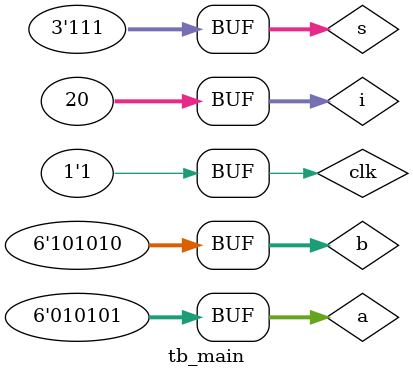
<source format=v>
`timescale 1ns / 1ps


module tb_main();
reg clk;
reg [5:0]a;
reg [5:0]b;
reg [2:0]s;
wire [2:0]f;
wire [5:0]y;
integer i;
main DUT(clk,a,b,s,f,y);
initial
begin
s=3'b000;
    for(i=0;i<20;i=i+1)
    begin
    if(i==1)begin s=3'b000; a=6'b000001;b=6'b000001; end
    if(i==2)begin s=3'b000; a=6'b100000;b=6'b100000; end
    if(i==3)begin s=3'b001; a=6'b000001;b=6'b000001; end
    if(i==4)begin s=3'b001; a=6'b000001;b=6'b100000; end
    if(i==5)begin s=3'b010; a=6'b010000;b=6'b010000; end
    if(i==6)begin s=3'b010; a=6'b000001;b=6'b111111; end
    if(i==7)begin s=3'b011; a=6'b000001;b=6'b010000; end
    if(i==8)begin s=3'b011; a=6'b111111;b=6'b011111; end
    if(i==9)begin s=3'b100; a=6'b010101;b=6'b101010; end
    if(i==10)begin s=3'b101; a=6'b010101;b=6'b101010; end
    if(i==11)begin s=3'b110; a=6'b010101;b=6'b101010; end
    if(i==12)begin s=3'b111; a=6'b010101;b=6'b101010; end
    
    
    clk=0;
    #10;
    clk=1;
    #10;
    end
end
endmodule

</source>
